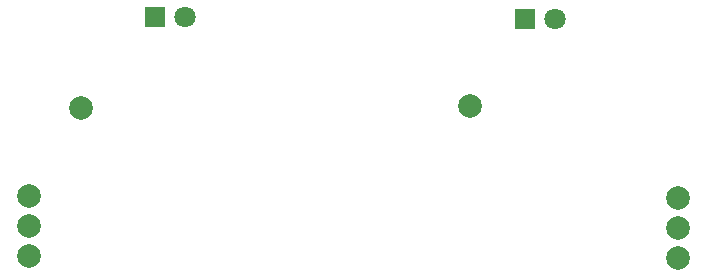
<source format=gbr>
%TF.GenerationSoftware,KiCad,Pcbnew,7.0.8*%
%TF.CreationDate,2024-11-19T09:19:11+01:00*%
%TF.ProjectId,PaperBot,50617065-7242-46f7-942e-6b696361645f,rev?*%
%TF.SameCoordinates,Original*%
%TF.FileFunction,Soldermask,Top*%
%TF.FilePolarity,Negative*%
%FSLAX46Y46*%
G04 Gerber Fmt 4.6, Leading zero omitted, Abs format (unit mm)*
G04 Created by KiCad (PCBNEW 7.0.8) date 2024-11-19 09:19:11*
%MOMM*%
%LPD*%
G01*
G04 APERTURE LIST*
%ADD10C,2.000000*%
%ADD11R,1.800000X1.800000*%
%ADD12C,1.800000*%
G04 APERTURE END LIST*
D10*
%TO.C,S2*%
X100900000Y-80100000D03*
X100900000Y-77560000D03*
X100900000Y-75020000D03*
%TD*%
%TO.C,M-*%
X138300000Y-67400000D03*
%TD*%
D11*
%TO.C,D2*%
X142960000Y-60000000D03*
D12*
X145500000Y-60000000D03*
%TD*%
D10*
%TO.C,M+*%
X105300000Y-67500000D03*
%TD*%
D11*
%TO.C,D1*%
X111600000Y-59800000D03*
D12*
X114140000Y-59800000D03*
%TD*%
D10*
%TO.C,S1*%
X155900000Y-80200000D03*
X155900000Y-77660000D03*
X155900000Y-75120000D03*
%TD*%
M02*

</source>
